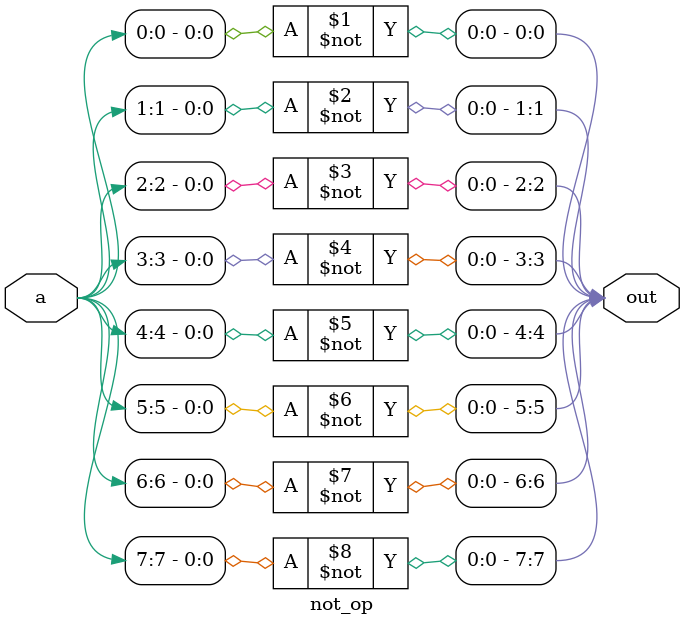
<source format=sv>
module not_op #(
    N = 8
)(
    input wire [(N > 0) ? N-1 : 0 : 0] a,
    output wire [(N > 0) ? N-1 : 0 : 0] out
);

genvar i;
generate
    for(i = 0; i < N; i = i + 1) begin
        not (out[i], a[i]);
    end
endgenerate


endmodule
</source>
